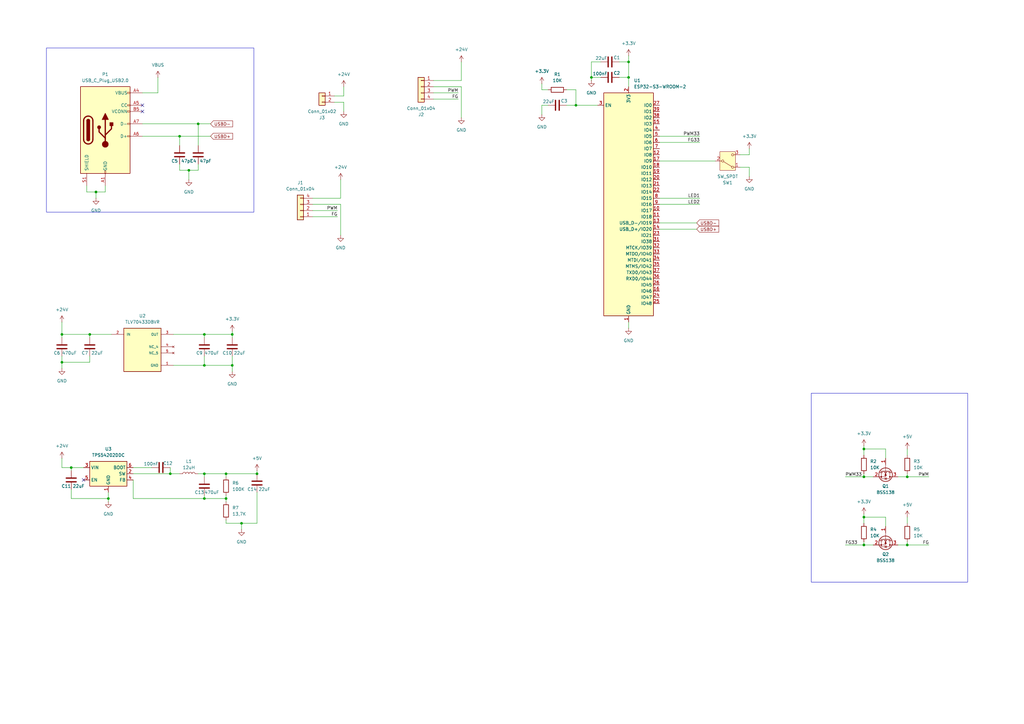
<source format=kicad_sch>
(kicad_sch (version 20231120) (generator "eeschema") (generator_version "8.0")
  (paper "A3")
  (lib_symbols
    (symbol "Connector:USB_C_Plug_USB2.0" (pin_names (offset 1.016))
      (property "Reference" "P" (at -10.16 19.05 0))
      (property "Value" "USB_C_Plug_USB2.0" (at 12.7 19.05 0))
      (symbol "USB_C_Plug_USB2.0_0_0"
        (rectangle (start -0.254 -17.78) (end 0.254 -16.764))
        (rectangle (start 10.16 -2.286) (end 9.144 -2.794))
        (rectangle (start 10.16 2.794) (end 9.144 2.286))
        (rectangle (start 10.16 7.874) (end 9.144 7.366))
        (rectangle (start 10.16 10.414) (end 9.144 9.906))
        (rectangle (start 10.16 15.494) (end 9.144 14.986))
      )
      (symbol "USB_C_Plug_USB2.0_0_1"
        (rectangle (start -10.16 17.78) (end 10.16 -17.78) (stroke (width 0.254)) (fill (type background)))
        (arc (start -8.89 -3.81) (mid -6.985 -5.7067) (end -5.08 -3.81) (stroke (width 0.508)))
        (arc (start -7.62 -3.81) (mid -6.985 -4.4423) (end -6.35 -3.81) (stroke (width 0.254)))
        (arc (start -7.62 -3.81) (mid -6.985 -4.4423) (end -6.35 -3.81) (stroke (width 0.254)) (fill (type outline)))
        (rectangle (start -7.62 -3.81) (end -6.35 3.81) (stroke (width 0.254)) (fill (type outline)))
        (arc (start -6.35 3.81) (mid -6.985 4.4423) (end -7.62 3.81) (stroke (width 0.254)))
        (arc (start -6.35 3.81) (mid -6.985 4.4423) (end -7.62 3.81) (stroke (width 0.254)) (fill (type outline)))
        (arc (start -5.08 3.81) (mid -6.985 5.7067) (end -8.89 3.81) (stroke (width 0.508)))
        (circle (center -2.54 1.143) (radius 0.635) (stroke (width 0.254)) (fill (type outline)))
        (circle (center 0 -5.842) (radius 1.27) (fill (type outline)))
        (polyline (pts (xy -8.89 -3.81) (xy -8.89 3.81)) (stroke (width 0.508)))
        (polyline (pts (xy -5.08 3.81) (xy -5.08 -3.81)) (stroke (width 0.508)))
        (polyline (pts (xy 0 -5.842) (xy 0 4.318)) (stroke (width 0.508)))
        (polyline (pts (xy 0 -3.302) (xy -2.54 -0.762) (xy -2.54 0.508)) (stroke (width 0.508)))
        (polyline (pts (xy 0 -2.032) (xy 2.54 0.508) (xy 2.54 1.778)) (stroke (width 0.508)))
        (polyline (pts (xy -1.27 4.318) (xy 0 6.858) (xy 1.27 4.318) (xy -1.27 4.318)) (stroke (width 0.254)) (fill (type outline)))
        (rectangle (start 1.905 1.778) (end 3.175 3.048) (stroke (width 0.254)) (fill (type outline)))
      )
      (symbol "USB_C_Plug_USB2.0_1_1"
        (pin passive line (at 0 -22.86 90) (length 5.08) (name "GND") (number "A1"))
        (pin passive line (at 0 -22.86 90) (length 5.08) hide (name "GND") (number "A12"))
        (pin passive line (at 15.24 15.24 180) (length 5.08) (name "VBUS") (number "A4"))
        (pin bidirectional line (at 15.24 10.16 180) (length 5.08) (name "CC") (number "A5"))
        (pin bidirectional line (at 15.24 -2.54 180) (length 5.08) (name "D+") (number "A6"))
        (pin bidirectional line (at 15.24 2.54 180) (length 5.08) (name "D-") (number "A7"))
        (pin passive line (at 15.24 15.24 180) (length 5.08) hide (name "VBUS") (number "A9"))
        (pin passive line (at 0 -22.86 90) (length 5.08) hide (name "GND") (number "B1"))
        (pin passive line (at 0 -22.86 90) (length 5.08) hide (name "GND") (number "B12"))
        (pin passive line (at 15.24 15.24 180) (length 5.08) hide (name "VBUS") (number "B4"))
        (pin bidirectional line (at 15.24 7.62 180) (length 5.08) (name "VCONN") (number "B5"))
        (pin passive line (at 15.24 15.24 180) (length 5.08) hide (name "VBUS") (number "B9"))
        (pin passive line (at -7.62 -22.86 90) (length 5.08) (name "SHIELD") (number "S1"))
      )
    )
    (symbol "Connector_Generic:Conn_01x02" (pin_names (offset 1.016) hide)
      (property "Reference" "J" (at 0 2.54 0))
      (property "Value" "Conn_01x02" (at 0 -5.08 0))
      (symbol "Conn_01x02_1_1"
        (rectangle (start -1.27 -2.413) (end 0 -2.667) (stroke (width 0.1524)))
        (rectangle (start -1.27 0.127) (end 0 -0.127) (stroke (width 0.1524)))
        (rectangle (start -1.27 1.27) (end 1.27 -3.81) (stroke (width 0.254)) (fill (type background)))
        (pin passive line (at -5.08 0 0) (length 3.81) (name "Pin_1") (number "1"))
        (pin passive line (at -5.08 -2.54 0) (length 3.81) (name "Pin_2") (number "2"))
      )
    )
    (symbol "Connector_Generic:Conn_01x04" (pin_names (offset 1.016) hide)
      (property "Reference" "J" (at 0 5.08 0))
      (property "Value" "Conn_01x04" (at 0 -7.62 0))
      (symbol "Conn_01x04_1_1"
        (rectangle (start -1.27 -4.953) (end 0 -5.207) (stroke (width 0.1524)))
        (rectangle (start -1.27 -2.413) (end 0 -2.667) (stroke (width 0.1524)))
        (rectangle (start -1.27 0.127) (end 0 -0.127) (stroke (width 0.1524)))
        (rectangle (start -1.27 2.667) (end 0 2.413) (stroke (width 0.1524)))
        (rectangle (start -1.27 3.81) (end 1.27 -6.35) (stroke (width 0.254)) (fill (type background)))
        (pin passive line (at -5.08 2.54 0) (length 3.81) (name "Pin_1") (number "1"))
        (pin passive line (at -5.08 0 0) (length 3.81) (name "Pin_2") (number "2"))
        (pin passive line (at -5.08 -2.54 0) (length 3.81) (name "Pin_3") (number "3"))
        (pin passive line (at -5.08 -5.08 0) (length 3.81) (name "Pin_4") (number "4"))
      )
    )
    (symbol "Device:C" (pin_numbers hide) (pin_names (offset 0.254))
      (property "Reference" "C" (at 0.635 2.54 0))
      (property "Value" "C" (at 0.635 -2.54 0))
      (symbol "C_0_1"
        (polyline (pts (xy -2.032 -0.762) (xy 2.032 -0.762)) (stroke (width 0.508)))
        (polyline (pts (xy -2.032 0.762) (xy 2.032 0.762)) (stroke (width 0.508)))
      )
      (symbol "C_1_1"
        (pin passive line (at 0 3.81 270) (length 2.794) (name "~") (number "1"))
        (pin passive line (at 0 -3.81 90) (length 2.794) (name "~") (number "2"))
      )
    )
    (symbol "Device:L" (pin_numbers hide) (pin_names (offset 1.016) hide)
      (property "Reference" "L" (at -1.27 0 90))
      (property "Value" "L" (at 1.905 0 90))
      (symbol "L_0_1"
        (arc (start 0 -2.54) (mid 0.6323 -1.905) (end 0 -1.27))
        (arc (start 0 -1.27) (mid 0.6323 -0.635) (end 0 0))
        (arc (start 0 0) (mid 0.6323 0.635) (end 0 1.27))
        (arc (start 0 1.27) (mid 0.6323 1.905) (end 0 2.54))
      )
      (symbol "L_1_1"
        (pin passive line (at 0 3.81 270) (length 1.27) (name "1") (number "1"))
        (pin passive line (at 0 -3.81 90) (length 1.27) (name "2") (number "2"))
      )
    )
    (symbol "Device:R" (pin_numbers hide) (pin_names (offset 0))
      (property "Reference" "R" (at 2.032 0 90))
      (property "Value" "R" (at 0 0 90))
      (symbol "R_0_1"
        (rectangle (start -1.016 -2.54) (end 1.016 2.54) (stroke (width 0.254)))
      )
      (symbol "R_1_1"
        (pin passive line (at 0 3.81 270) (length 1.27) (name "~") (number "1"))
        (pin passive line (at 0 -3.81 90) (length 1.27) (name "~") (number "2"))
      )
    )
    (symbol "RF_Module:ESP32-S3-WROOM-2"
      (property "Reference" "U" (at -10.16 45.72 0))
      (property "Value" "ESP32-S3-WROOM-2" (at 2.54 45.72 0))
      (symbol "ESP32-S3-WROOM-2_0_1"
        (rectangle (start -10.16 45.72) (end 10.16 -45.72) (stroke (width 0.254)) (fill (type background)))
      )
      (symbol "ESP32-S3-WROOM-2_1_1"
        (pin power_in line (at 0 -48.26 90) (length 2.54) (name "GND") (number "1"))
        (pin bidirectional line (at 12.7 -2.54 180) (length 2.54) (name "IO17") (number "10"))
        (pin bidirectional line (at 12.7 -5.08 180) (length 2.54) (name "IO18") (number "11"))
        (pin bidirectional line (at 12.7 20.32 180) (length 2.54) (name "IO8") (number "12"))
        (pin bidirectional line (at 12.7 -7.62 180) (length 2.54) (name "USB_D-/IO19") (number "13"))
        (pin bidirectional line (at 12.7 -10.16 180) (length 2.54) (name "USB_D+/IO20") (number "14"))
        (pin bidirectional line (at 12.7 33.02 180) (length 2.54) (name "IO3") (number "15"))
        (pin bidirectional line (at 12.7 -35.56 180) (length 2.54) (name "IO46") (number "16"))
        (pin bidirectional line (at 12.7 17.78 180) (length 2.54) (name "IO9") (number "17"))
        (pin bidirectional line (at 12.7 15.24 180) (length 2.54) (name "IO10") (number "18"))
        (pin bidirectional line (at 12.7 12.7 180) (length 2.54) (name "IO11") (number "19"))
        (pin power_in line (at 0 48.26 270) (length 2.54) (name "3V3") (number "2"))
        (pin bidirectional line (at 12.7 10.16 180) (length 2.54) (name "IO12") (number "20"))
        (pin bidirectional line (at 12.7 7.62 180) (length 2.54) (name "IO13") (number "21"))
        (pin bidirectional line (at 12.7 5.08 180) (length 2.54) (name "IO14") (number "22"))
        (pin bidirectional line (at 12.7 -12.7 180) (length 2.54) (name "IO21") (number "23"))
        (pin bidirectional line (at 12.7 -38.1 180) (length 2.54) (name "IO47") (number "24"))
        (pin bidirectional line (at 12.7 -40.64 180) (length 2.54) (name "IO48") (number "25"))
        (pin bidirectional line (at 12.7 -33.02 180) (length 2.54) (name "IO45") (number "26"))
        (pin bidirectional line (at 12.7 40.64 180) (length 2.54) (name "IO0") (number "27"))
        (pin no_connect line (at -10.16 -35.56 0) (length 2.54) hide (name "NC") (number "28"))
        (pin no_connect line (at -10.16 -38.1 0) (length 2.54) hide (name "NC") (number "29"))
        (pin input line (at -12.7 40.64 0) (length 2.54) (name "EN") (number "3"))
        (pin no_connect line (at -10.16 -40.64 0) (length 2.54) hide (name "NC") (number "30"))
        (pin bidirectional line (at 12.7 -15.24 180) (length 2.54) (name "IO38") (number "31"))
        (pin bidirectional line (at 12.7 -17.78 180) (length 2.54) (name "MTCK/IO39") (number "32"))
        (pin bidirectional line (at 12.7 -20.32 180) (length 2.54) (name "MTDO/IO40") (number "33"))
        (pin bidirectional line (at 12.7 -22.86 180) (length 2.54) (name "MTDI/IO41") (number "34"))
        (pin bidirectional line (at 12.7 -25.4 180) (length 2.54) (name "MTMS/IO42") (number "35"))
        (pin bidirectional line (at 12.7 -30.48 180) (length 2.54) (name "RXD0/IO44") (number "36"))
        (pin bidirectional line (at 12.7 -27.94 180) (length 2.54) (name "TXD0/IO43") (number "37"))
        (pin bidirectional line (at 12.7 35.56 180) (length 2.54) (name "IO2") (number "38"))
        (pin bidirectional line (at 12.7 38.1 180) (length 2.54) (name "IO1") (number "39"))
        (pin bidirectional line (at 12.7 30.48 180) (length 2.54) (name "IO4") (number "4"))
        (pin passive line (at 0 -48.26 90) (length 2.54) hide (name "GND") (number "40"))
        (pin passive line (at 0 -48.26 90) (length 2.54) hide (name "GND") (number "41"))
        (pin bidirectional line (at 12.7 27.94 180) (length 2.54) (name "IO5") (number "5"))
        (pin bidirectional line (at 12.7 25.4 180) (length 2.54) (name "IO6") (number "6"))
        (pin bidirectional line (at 12.7 22.86 180) (length 2.54) (name "IO7") (number "7"))
        (pin bidirectional line (at 12.7 2.54 180) (length 2.54) (name "IO15") (number "8"))
        (pin bidirectional line (at 12.7 0 180) (length 2.54) (name "IO16") (number "9"))
      )
    )
    (symbol "Regulator_Switching:TPS54202DDC"
      (property "Reference" "U" (at -7.62 6.35 0))
      (property "Value" "TPS54202DDC" (at 0 6.35 0))
      (symbol "TPS54202DDC_0_1"
        (rectangle (start -7.62 5.08) (end 7.62 -5.08) (stroke (width 0.254)) (fill (type background)))
      )
      (symbol "TPS54202DDC_1_1"
        (pin power_in line (at 0 -7.62 90) (length 2.54) (name "GND") (number "1"))
        (pin power_out line (at 10.16 0 180) (length 2.54) (name "SW") (number "2"))
        (pin power_in line (at -10.16 2.54 0) (length 2.54) (name "VIN") (number "3"))
        (pin input line (at 10.16 -2.54 180) (length 2.54) (name "FB") (number "4"))
        (pin input line (at -10.16 -2.54 0) (length 2.54) (name "EN") (number "5"))
        (pin passive line (at 10.16 2.54 180) (length 2.54) (name "BOOT") (number "6"))
      )
    )
    (symbol "Switch:SW_SPDT" (pin_names (offset 0) hide)
      (property "Reference" "SW" (at 0 5.08 0))
      (property "Value" "SW_SPDT" (at 0 -5.08 0))
      (symbol "SW_SPDT_0_1"
        (circle (center -2.032 0) (radius 0.4572))
        (polyline (pts (xy -1.651 0.254) (xy 1.651 2.286)))
        (circle (center 2.032 -2.54) (radius 0.4572))
        (circle (center 2.032 2.54) (radius 0.4572))
      )
      (symbol "SW_SPDT_1_1"
        (rectangle (start -3.175 3.81) (end 3.175 -3.81) (fill (type background)))
        (pin passive line (at 5.08 2.54 180) (length 2.54) (name "A") (number "1"))
        (pin passive line (at -5.08 0 0) (length 2.54) (name "B") (number "2"))
        (pin passive line (at 5.08 -2.54 180) (length 2.54) (name "C") (number "3"))
      )
    )
    (symbol "TLV70433DBVR:TLV70433DBVR" (pin_names (offset 1.016))
      (property "Reference" "U" (at -7.62 8.62 0))
      (property "Value" "TLV70433DBVR" (at -7.62 -14.16 0))
      (symbol "TLV70433DBVR_0_0"
        (rectangle (start -7.62 -10.16) (end 7.62 7.62) (stroke (width 0.254)) (fill (type background)))
        (pin power_in line (at 12.7 -7.62 180) (length 5.08) (name "GND") (number "1"))
        (pin input line (at -12.7 5.08 0) (length 5.08) (name "IN") (number "2"))
        (pin output line (at 12.7 5.08 180) (length 5.08) (name "OUT") (number "3"))
        (pin no_connect line (at 12.7 0 180) (length 5.08) (name "NC_4") (number "4"))
        (pin no_connect line (at 12.7 -2.54 180) (length 5.08) (name "NC_5") (number "5"))
      )
    )
    (symbol "Transistor_FET:BSS138" (pin_names hide)
      (property "Reference" "Q" (at 5.08 1.905 0))
      (property "Value" "BSS138" (at 5.08 0 0))
      (symbol "BSS138_0_1"
        (polyline (pts (xy 0.254 0) (xy -2.54 0)))
        (polyline (pts (xy 0.254 1.905) (xy 0.254 -1.905)) (stroke (width 0.254)))
        (polyline (pts (xy 0.762 -1.27) (xy 0.762 -2.286)) (stroke (width 0.254)))
        (polyline (pts (xy 0.762 0.508) (xy 0.762 -0.508)) (stroke (width 0.254)))
        (polyline (pts (xy 0.762 2.286) (xy 0.762 1.27)) (stroke (width 0.254)))
        (polyline (pts (xy 2.54 2.54) (xy 2.54 1.778)))
        (polyline (pts (xy 2.54 -2.54) (xy 2.54 0) (xy 0.762 0)))
        (polyline (pts (xy 0.762 -1.778) (xy 3.302 -1.778) (xy 3.302 1.778) (xy 0.762 1.778)))
        (polyline (pts (xy 1.016 0) (xy 2.032 0.381) (xy 2.032 -0.381) (xy 1.016 0)) (fill (type outline)))
        (polyline (pts (xy 2.794 0.508) (xy 2.921 0.381) (xy 3.683 0.381) (xy 3.81 0.254)))
        (polyline (pts (xy 3.302 0.381) (xy 2.921 -0.254) (xy 3.683 -0.254) (xy 3.302 0.381)))
        (circle (center 1.651 0) (radius 2.794) (stroke (width 0.254)))
        (circle (center 2.54 -1.778) (radius 0.254) (fill (type outline)))
        (circle (center 2.54 1.778) (radius 0.254) (fill (type outline)))
      )
      (symbol "BSS138_1_1"
        (pin input line (at -5.08 0 0) (length 2.54) (name "G") (number "1"))
        (pin passive line (at 2.54 -5.08 90) (length 2.54) (name "S") (number "2"))
        (pin passive line (at 2.54 5.08 270) (length 2.54) (name "D") (number "3"))
      )
    )
    (symbol "power:+24V" (power) (pin_numbers hide) (pin_names (offset 0) hide)
      (property "Value" "+24V" (at 0 3.556 0))
      (symbol "+24V_0_1"
        (polyline (pts (xy -0.762 1.27) (xy 0 2.54)))
        (polyline (pts (xy 0 0) (xy 0 2.54)))
        (polyline (pts (xy 0 2.54) (xy 0.762 1.27)))
      )
      (symbol "+24V_1_1"
        (pin power_in line (at 0 0 90) (length 0) (name "~") (number "1"))
      )
    )
    (symbol "power:+3.3V" (power) (pin_numbers hide) (pin_names (offset 0) hide)
      (property "Value" "+3.3V" (at 0 3.556 0))
      (symbol "+3.3V_0_1"
        (polyline (pts (xy -0.762 1.27) (xy 0 2.54)))
        (polyline (pts (xy 0 0) (xy 0 2.54)))
        (polyline (pts (xy 0 2.54) (xy 0.762 1.27)))
      )
      (symbol "+3.3V_1_1"
        (pin power_in line (at 0 0 90) (length 0) (name "~") (number "1"))
      )
    )
    (symbol "power:+5V" (power) (pin_numbers hide) (pin_names (offset 0) hide)
      (property "Value" "+5V" (at 0 3.556 0))
      (symbol "+5V_0_1"
        (polyline (pts (xy -0.762 1.27) (xy 0 2.54)))
        (polyline (pts (xy 0 0) (xy 0 2.54)))
        (polyline (pts (xy 0 2.54) (xy 0.762 1.27)))
      )
      (symbol "+5V_1_1"
        (pin power_in line (at 0 0 90) (length 0) (name "~") (number "1"))
      )
    )
    (symbol "power:GND" (power) (pin_numbers hide) (pin_names (offset 0) hide)
      (property "Value" "GND" (at 0 -3.81 0))
      (symbol "GND_0_1"
        (polyline (pts (xy 0 0) (xy 0 -1.27) (xy 1.27 -1.27) (xy 0 -2.54) (xy -1.27 -1.27) (xy 0 -1.27)))
      )
      (symbol "GND_1_1"
        (pin power_in line (at 0 0 270) (length 0) (name "~") (number "1"))
      )
    )
    (symbol "power:VBUS" (power) (pin_numbers hide) (pin_names (offset 0) hide)
      (property "Value" "VBUS" (at 0 3.556 0))
      (symbol "VBUS_0_1"
        (polyline (pts (xy -0.762 1.27) (xy 0 2.54)))
        (polyline (pts (xy 0 0) (xy 0 2.54)))
        (polyline (pts (xy 0 2.54) (xy 0.762 1.27)))
      )
      (symbol "VBUS_1_1"
        (pin power_in line (at 0 0 90) (length 0) (name "~") (number "1"))
      )
    )
  )
  (junction (at 372.11 223.52))
  (junction (at 83.82 194.31))
  (junction (at 83.82 204.47))
  (junction (at 36.83 137.16))
  (junction (at 354.33 212.09))
  (junction (at 242.57 31.75))
  (junction (at 69.85 194.31))
  (junction (at 25.4 137.16))
  (junction (at 372.11 195.58))
  (junction (at 92.71 194.31))
  (junction (at 83.82 149.86))
  (junction (at 354.33 184.15))
  (junction (at 83.82 137.16))
  (junction (at 25.4 148.59))
  (junction (at 73.66 55.88))
  (junction (at 39.37 78.74))
  (junction (at 81.28 50.8))
  (junction (at 105.41 194.31))
  (junction (at 95.25 137.16))
  (junction (at 257.81 25.4))
  (junction (at 95.25 149.86))
  (junction (at 29.21 191.77))
  (junction (at 257.81 31.75))
  (junction (at 99.06 214.63))
  (junction (at 354.33 195.58))
  (junction (at 354.33 223.52))
  (junction (at 92.71 204.47))
  (junction (at 236.22 43.18))
  (junction (at 77.47 69.85))
  (junction (at 44.45 204.47))
  (no_connect (at 58.42 43.18))
  (no_connect (at 58.42 45.72))
  (no_connect (at 34.29 196.85))
  (wire (pts (xy 81.28 69.85) (xy 81.28 67.31)))
  (wire (pts (xy 139.7 83.82) (xy 139.7 96.52)))
  (wire (pts (xy 36.83 146.05) (xy 36.83 148.59)))
  (wire (pts (xy 39.37 78.74) (xy 39.37 81.28)))
  (wire (pts (xy 36.83 137.16) (xy 36.83 138.43)))
  (wire (pts (xy 81.28 50.8) (xy 81.28 59.69)))
  (wire (pts (xy 95.25 135.89) (xy 95.25 137.16)))
  (wire (pts (xy 363.22 212.09) (xy 363.22 215.9)))
  (wire (pts (xy 224.79 43.18) (xy 222.25 43.18)))
  (wire (pts (xy 25.4 137.16) (xy 25.4 138.43)))
  (wire (pts (xy 372.11 223.52) (xy 372.11 222.25)))
  (wire (pts (xy 58.42 50.8) (xy 81.28 50.8)))
  (wire (pts (xy 25.4 137.16) (xy 25.4 132.08)))
  (wire (pts (xy 25.4 148.59) (xy 25.4 151.13)))
  (wire (pts (xy 257.81 132.08) (xy 257.81 134.62)))
  (wire (pts (xy 54.61 191.77) (xy 62.23 191.77)))
  (wire (pts (xy 242.57 25.4) (xy 242.57 31.75)))
  (wire (pts (xy 77.47 69.85) (xy 77.47 73.66)))
  (wire (pts (xy 29.21 191.77) (xy 34.29 191.77)))
  (wire (pts (xy 128.27 88.9) (xy 138.43 88.9)))
  (wire (pts (xy 177.8 38.1) (xy 187.96 38.1)))
  (wire (pts (xy 346.71 223.52) (xy 354.33 223.52)))
  (wire (pts (xy 346.71 195.58) (xy 354.33 195.58)))
  (wire (pts (xy 54.61 194.31) (xy 69.85 194.31)))
  (wire (pts (xy 54.61 204.47) (xy 54.61 196.85)))
  (wire (pts (xy 189.23 25.4) (xy 189.23 33.02)))
  (wire (pts (xy 354.33 210.82) (xy 354.33 212.09)))
  (wire (pts (xy 95.25 146.05) (xy 95.25 149.86)))
  (wire (pts (xy 105.41 201.93) (xy 105.41 214.63)))
  (wire (pts (xy 92.71 214.63) (xy 99.06 214.63)))
  (wire (pts (xy 69.85 191.77) (xy 69.85 194.31)))
  (wire (pts (xy 232.41 36.83) (xy 236.22 36.83)))
  (wire (pts (xy 92.71 195.58) (xy 92.71 194.31)))
  (wire (pts (xy 35.56 76.2) (xy 35.56 78.74)))
  (wire (pts (xy 242.57 31.75) (xy 242.57 33.02)))
  (wire (pts (xy 270.51 66.04) (xy 293.37 66.04)))
  (wire (pts (xy 25.4 146.05) (xy 25.4 148.59)))
  (wire (pts (xy 73.66 67.31) (xy 73.66 69.85)))
  (wire (pts (xy 177.8 35.56) (xy 189.23 35.56)))
  (wire (pts (xy 354.33 194.31) (xy 354.33 195.58)))
  (wire (pts (xy 83.82 194.31) (xy 92.71 194.31)))
  (wire (pts (xy 354.33 212.09) (xy 363.22 212.09)))
  (wire (pts (xy 257.81 31.75) (xy 257.81 35.56)))
  (wire (pts (xy 354.33 184.15) (xy 363.22 184.15)))
  (wire (pts (xy 236.22 36.83) (xy 236.22 43.18)))
  (wire (pts (xy 43.18 78.74) (xy 43.18 76.2)))
  (wire (pts (xy 99.06 214.63) (xy 99.06 217.17)))
  (wire (pts (xy 83.82 204.47) (xy 54.61 204.47)))
  (wire (pts (xy 25.4 191.77) (xy 29.21 191.77)))
  (wire (pts (xy 95.25 149.86) (xy 83.82 149.86)))
  (wire (pts (xy 83.82 146.05) (xy 83.82 149.86)))
  (wire (pts (xy 140.97 39.37) (xy 140.97 35.56)))
  (wire (pts (xy 58.42 55.88) (xy 73.66 55.88)))
  (wire (pts (xy 270.51 55.88) (xy 287.02 55.88)))
  (wire (pts (xy 222.25 34.29) (xy 222.25 36.83)))
  (wire (pts (xy 189.23 35.56) (xy 189.23 48.26)))
  (wire (pts (xy 83.82 194.31) (xy 83.82 195.58)))
  (wire (pts (xy 92.71 213.36) (xy 92.71 214.63)))
  (wire (pts (xy 105.41 214.63) (xy 99.06 214.63)))
  (wire (pts (xy 246.38 31.75) (xy 242.57 31.75)))
  (wire (pts (xy 372.11 195.58) (xy 372.11 194.31)))
  (wire (pts (xy 139.7 73.66) (xy 139.7 81.28)))
  (wire (pts (xy 270.51 83.82) (xy 287.02 83.82)))
  (wire (pts (xy 363.22 184.15) (xy 363.22 187.96)))
  (wire (pts (xy 128.27 83.82) (xy 139.7 83.82)))
  (wire (pts (xy 77.47 69.85) (xy 81.28 69.85)))
  (wire (pts (xy 36.83 137.16) (xy 45.72 137.16)))
  (wire (pts (xy 307.34 63.5) (xy 307.34 60.96)))
  (wire (pts (xy 39.37 78.74) (xy 43.18 78.74)))
  (wire (pts (xy 83.82 137.16) (xy 95.25 137.16)))
  (wire (pts (xy 128.27 81.28) (xy 139.7 81.28)))
  (wire (pts (xy 254 31.75) (xy 257.81 31.75)))
  (wire (pts (xy 36.83 137.16) (xy 25.4 137.16)))
  (wire (pts (xy 25.4 148.59) (xy 36.83 148.59)))
  (wire (pts (xy 232.41 43.18) (xy 236.22 43.18)))
  (wire (pts (xy 137.16 39.37) (xy 140.97 39.37)))
  (wire (pts (xy 73.66 55.88) (xy 73.66 59.69)))
  (wire (pts (xy 177.8 40.64) (xy 187.96 40.64)))
  (wire (pts (xy 354.33 186.69) (xy 354.33 184.15)))
  (wire (pts (xy 372.11 212.09) (xy 372.11 214.63)))
  (wire (pts (xy 71.12 137.16) (xy 83.82 137.16)))
  (wire (pts (xy 73.66 55.88) (xy 86.36 55.88)))
  (wire (pts (xy 354.33 222.25) (xy 354.33 223.52)))
  (wire (pts (xy 257.81 25.4) (xy 257.81 31.75)))
  (wire (pts (xy 177.8 33.02) (xy 189.23 33.02)))
  (wire (pts (xy 92.71 205.74) (xy 92.71 204.47)))
  (wire (pts (xy 270.51 81.28) (xy 287.02 81.28)))
  (wire (pts (xy 140.97 41.91) (xy 140.97 45.72)))
  (wire (pts (xy 29.21 204.47) (xy 44.45 204.47)))
  (wire (pts (xy 92.71 203.2) (xy 92.71 204.47)))
  (wire (pts (xy 270.51 93.98) (xy 285.75 93.98)))
  (wire (pts (xy 58.42 38.1) (xy 64.77 38.1)))
  (wire (pts (xy 368.3 223.52) (xy 372.11 223.52)))
  (wire (pts (xy 83.82 204.47) (xy 92.71 204.47)))
  (wire (pts (xy 354.33 182.88) (xy 354.33 184.15)))
  (wire (pts (xy 73.66 69.85) (xy 77.47 69.85)))
  (wire (pts (xy 44.45 201.93) (xy 44.45 204.47)))
  (wire (pts (xy 222.25 43.18) (xy 222.25 46.99)))
  (wire (pts (xy 128.27 86.36) (xy 138.43 86.36)))
  (wire (pts (xy 372.11 184.15) (xy 372.11 186.69)))
  (wire (pts (xy 270.51 58.42) (xy 287.02 58.42)))
  (wire (pts (xy 105.41 193.04) (xy 105.41 194.31)))
  (wire (pts (xy 69.85 194.31) (xy 73.66 194.31)))
  (wire (pts (xy 222.25 36.83) (xy 224.79 36.83)))
  (wire (pts (xy 95.25 137.16) (xy 95.25 138.43)))
  (wire (pts (xy 92.71 194.31) (xy 105.41 194.31)))
  (wire (pts (xy 257.81 22.86) (xy 257.81 25.4)))
  (wire (pts (xy 246.38 25.4) (xy 242.57 25.4)))
  (wire (pts (xy 71.12 149.86) (xy 83.82 149.86)))
  (wire (pts (xy 64.77 31.75) (xy 64.77 38.1)))
  (wire (pts (xy 358.14 195.58) (xy 354.33 195.58)))
  (wire (pts (xy 236.22 43.18) (xy 245.11 43.18)))
  (wire (pts (xy 44.45 204.47) (xy 44.45 205.74)))
  (wire (pts (xy 303.53 68.58) (xy 307.34 68.58)))
  (wire (pts (xy 270.51 91.44) (xy 285.75 91.44)))
  (wire (pts (xy 83.82 204.47) (xy 83.82 203.2)))
  (wire (pts (xy 29.21 200.66) (xy 29.21 204.47)))
  (wire (pts (xy 81.28 50.8) (xy 86.36 50.8)))
  (wire (pts (xy 137.16 41.91) (xy 140.97 41.91)))
  (wire (pts (xy 81.28 194.31) (xy 83.82 194.31)))
  (wire (pts (xy 303.53 63.5) (xy 307.34 63.5)))
  (wire (pts (xy 83.82 137.16) (xy 83.82 138.43)))
  (wire (pts (xy 35.56 78.74) (xy 39.37 78.74)))
  (wire (pts (xy 307.34 68.58) (xy 307.34 72.39)))
  (wire (pts (xy 354.33 214.63) (xy 354.33 212.09)))
  (wire (pts (xy 29.21 191.77) (xy 29.21 193.04)))
  (wire (pts (xy 358.14 223.52) (xy 354.33 223.52)))
  (wire (pts (xy 372.11 223.52) (xy 381 223.52)))
  (wire (pts (xy 95.25 149.86) (xy 95.25 152.4)))
  (wire (pts (xy 25.4 187.96) (xy 25.4 191.77)))
  (wire (pts (xy 372.11 195.58) (xy 381 195.58)))
  (wire (pts (xy 368.3 195.58) (xy 372.11 195.58)))
  (wire (pts (xy 254 25.4) (xy 257.81 25.4)))
  (rectangle (start 19.05 19.685) (end 104.14 86.995))
  (rectangle (start 332.74 161.29) (end 396.875 238.76))
  (label "FG33" (at 346.71 223.52 0))
  (label "FG" (at 187.96 40.64 180))
  (label "PWM" (at 138.43 86.36 180))
  (label "PWM" (at 381 195.58 180))
  (label "LED1" (at 287.02 81.28 180))
  (label "PWM" (at 187.96 38.1 180))
  (label "FG33" (at 287.02 58.42 180))
  (label "FG" (at 138.43 88.9 180))
  (label "LED2" (at 287.02 83.82 180))
  (label "PWM33" (at 346.71 195.58 0))
  (label "FG" (at 381 223.52 180))
  (label "PWM33" (at 287.02 55.88 180))
  (global_label "USBD+" (shape input) (at 285.75 93.98 0) (property "Intersheetrefs" "${INTERSHEET_REFS}" (effects (hide yes))))
  (global_label "USBD-" (shape input) (at 86.36 50.8 0) (property "Intersheetrefs" "${INTERSHEET_REFS}" (effects (hide yes))))
  (global_label "USBD+" (shape input) (at 86.36 55.88 0) (property "Intersheetrefs" "${INTERSHEET_REFS}" (effects (hide yes))))
  (global_label "USBD-" (shape input) (at 285.75 91.44 0) (property "Intersheetrefs" "${INTERSHEET_REFS}" (effects (hide yes))))
  (symbol (lib_id "Device:C") (at 228.6 43.18 90) (unit 1)
    (property "Reference" "C3" (at 231.394 41.402 90))
    (property "Value" "22uF" (at 225.044 41.656 90))
    (property "Footprint" "Capacitor_SMD:C_0805_2012Metric_Pad1.18x1.45mm_HandSolder" (effects (hide yes)))
    (property "Description" "Unpolarized capacitor" (effects (hide yes)))
  )
  (symbol (lib_id "Device:C") (at 66.04 191.77 90) (unit 1)
    (property "Reference" "C12" (at 68.834 189.992 90))
    (property "Value" "100nF" (at 61.976 190.246 90))
    (property "Footprint" "Capacitor_SMD:C_0805_2012Metric_Pad1.18x1.45mm_HandSolder" (effects (hide yes)))
    (property "Description" "Unpolarized capacitor" (effects (hide yes)))
  )
  (symbol (lib_id "Device:R") (at 228.6 36.83 90) (unit 1)
    (property "Reference" "R1" (at 228.6 30.48 90))
    (property "Value" "10K" (at 228.6 33.02 90))
    (property "Footprint" "Resistor_SMD:R_0805_2012Metric_Pad1.20x1.40mm_HandSolder" (effects (hide yes)))
    (property "Description" "Resistor" (effects (hide yes)))
  )
  (symbol (lib_id "power:GND") (at 222.25 46.99 0) (unit 1)
    (property "Reference" "#PWR04" (effects (hide yes)))
    (property "Value" "GND" (at 222.25 52.07 0))
    (property "Description" "Power symbol creates a global label with name \"GND\" , ground" (effects (hide yes)))
  )
  (symbol (lib_id "Device:R") (at 372.11 190.5 180) (unit 1)
    (property "Reference" "R3" (at 374.65 189.2299 0) (effects (justify right)))
    (property "Value" "10K" (at 374.65 191.7699 0) (effects (justify right)))
    (property "Footprint" "Resistor_SMD:R_0805_2012Metric_Pad1.20x1.40mm_HandSolder" (effects (hide yes)))
    (property "Description" "Resistor" (effects (hide yes)))
  )
  (symbol (lib_id "Device:C") (at 83.82 199.39 180) (unit 1)
    (property "Reference" "C13" (at 81.788 201.93 0))
    (property "Value" "470uF" (at 86.868 201.93 0))
    (property "Footprint" "Capacitor_SMD:C_0805_2012Metric_Pad1.18x1.45mm_HandSolder" (effects (hide yes)))
    (property "Description" "Unpolarized capacitor" (effects (hide yes)))
  )
  (symbol (lib_id "power:GND") (at 257.81 134.62 0) (unit 1)
    (property "Reference" "#PWR01" (effects (hide yes)))
    (property "Value" "GND" (at 257.81 139.7 0))
    (property "Description" "Power symbol creates a global label with name \"GND\" , ground" (effects (hide yes)))
  )
  (symbol (lib_id "Device:C") (at 250.19 31.75 90) (unit 1)
    (property "Reference" "C2" (at 252.984 29.972 90))
    (property "Value" "100nF" (at 246.126 30.226 90))
    (property "Footprint" "Capacitor_SMD:C_0805_2012Metric_Pad1.18x1.45mm_HandSolder" (effects (hide yes)))
    (property "Description" "Unpolarized capacitor" (effects (hide yes)))
  )
  (symbol (lib_id "power:GND") (at 77.47 73.66 0) (unit 1)
    (property "Reference" "#PWR06" (effects (hide yes)))
    (property "Value" "GND" (at 77.47 78.74 0))
    (property "Description" "Power symbol creates a global label with name \"GND\" , ground" (effects (hide yes)))
  )
  (symbol (lib_id "Device:C") (at 250.19 25.4 90) (unit 1)
    (property "Reference" "C1" (at 252.984 23.622 90))
    (property "Value" "22uF" (at 246.634 23.876 90))
    (property "Footprint" "Capacitor_SMD:C_0805_2012Metric_Pad1.18x1.45mm_HandSolder" (effects (hide yes)))
    (property "Description" "Unpolarized capacitor" (effects (hide yes)))
  )
  (symbol (lib_id "power:+3.3V") (at 307.34 60.96 0) (unit 1)
    (property "Reference" "#PWR027" (effects (hide yes)))
    (property "Value" "+3.3V" (at 307.34 55.88 0))
    (property "Description" "Power symbol creates a global label with name \"+3.3V\"" (effects (hide yes)))
  )
  (symbol (lib_id "Device:C") (at 36.83 142.24 180) (unit 1)
    (property "Reference" "C7" (at 34.798 144.78 0))
    (property "Value" "22uF" (at 39.878 144.78 0))
    (property "Footprint" "Capacitor_SMD:C_0805_2012Metric_Pad1.18x1.45mm_HandSolder" (effects (hide yes)))
    (property "Description" "Unpolarized capacitor" (effects (hide yes)))
  )
  (symbol (lib_id "Connector_Generic:Conn_01x04") (at 172.72 35.56 0) (mirror y) (unit 1)
    (property "Reference" "J2" (at 172.72 46.99 0))
    (property "Value" "Conn_01x04" (at 172.72 44.45 0))
    (property "Footprint" "Connector_PinHeader_2.54mm:PinHeader_1x04_P2.54mm_Vertical" (effects (hide yes)))
    (property "Description" "Generic connector, single row, 01x04, script generated (kicad-library-utils/schlib/autogen/connector/)" (effects (hide yes)))
  )
  (symbol (lib_id "Switch:SW_SPDT") (at 298.45 66.04 0) (mirror x) (unit 1)
    (property "Reference" "SW1" (at 298.45 74.93 0))
    (property "Value" "SW_SPDT" (at 298.45 72.39 0))
    (property "Description" "Switch, single pole double throw" (effects (hide yes)))
  )
  (symbol (lib_id "power:GND") (at 140.97 45.72 0) (unit 1)
    (property "Reference" "#PWR014" (effects (hide yes)))
    (property "Value" "GND" (at 140.97 50.8 0))
    (property "Description" "Power symbol creates a global label with name \"GND\" , ground" (effects (hide yes)))
  )
  (symbol (lib_id "power:GND") (at 39.37 81.28 0) (unit 1)
    (property "Reference" "#PWR08" (effects (hide yes)))
    (property "Value" "GND" (at 39.37 86.36 0))
    (property "Description" "Power symbol creates a global label with name \"GND\" , ground" (effects (hide yes)))
  )
  (symbol (lib_id "power:GND") (at 189.23 48.26 0) (unit 1)
    (property "Reference" "#PWR012" (effects (hide yes)))
    (property "Value" "GND" (at 189.23 53.34 0))
    (property "Description" "Power symbol creates a global label with name \"GND\" , ground" (effects (hide yes)))
  )
  (symbol (lib_id "power:+5V") (at 372.11 184.15 0) (unit 1)
    (property "Reference" "#PWR016" (effects (hide yes)))
    (property "Value" "+5V" (at 372.11 179.07 0))
    (property "Description" "Power symbol creates a global label with name \"+5V\"" (effects (hide yes)))
  )
  (symbol (lib_id "TLV70433DBVR:TLV70433DBVR") (at 58.42 142.24 0) (unit 1)
    (property "Reference" "U2" (at 58.42 129.54 0))
    (property "Value" "TLV70433DBVR" (at 58.42 132.08 0))
    (property "Footprint" "TLV70433DBVR:SOT95P280X145-5N" (effects (hide yes)))
    (property "PARTREV" "D" (effects (hide yes)))
    (property "STANDARD" "IPC-7351B" (effects (hide yes)))
    (property "MAXIMUM_PACKAGE_HEIGHT" "1.45mm" (effects (hide yes)))
    (property "MANUFACTURER" "Texas Instruments" (effects (hide yes)))
  )
  (symbol (lib_id "power:GND") (at 307.34 72.39 0) (unit 1)
    (property "Reference" "#PWR028" (effects (hide yes)))
    (property "Value" "GND" (at 307.34 77.47 0))
    (property "Description" "Power symbol creates a global label with name \"GND\" , ground" (effects (hide yes)))
  )
  (symbol (lib_id "power:+24V") (at 25.4 187.96 0) (unit 1)
    (property "Reference" "#PWR022" (effects (hide yes)))
    (property "Value" "+24V" (at 25.4 182.88 0))
    (property "Description" "Power symbol creates a global label with name \"+24V\"" (effects (hide yes)))
  )
  (symbol (lib_id "power:+5V") (at 372.11 212.09 0) (unit 1)
    (property "Reference" "#PWR018" (effects (hide yes)))
    (property "Value" "+5V" (at 372.11 207.01 0))
    (property "Description" "Power symbol creates a global label with name \"+5V\"" (effects (hide yes)))
  )
  (symbol (lib_id "Device:R") (at 372.11 218.44 180) (unit 1)
    (property "Reference" "R5" (at 374.65 217.1699 0) (effects (justify right)))
    (property "Value" "10K" (at 374.65 219.7099 0) (effects (justify right)))
    (property "Footprint" "Resistor_SMD:R_0805_2012Metric_Pad1.20x1.40mm_HandSolder" (effects (hide yes)))
    (property "Description" "Resistor" (effects (hide yes)))
  )
  (symbol (lib_id "Device:C") (at 81.28 63.5 180) (unit 1)
    (property "Reference" "C4" (at 79.248 66.04 0))
    (property "Value" "47pF" (at 84.328 66.04 0))
    (property "Footprint" "Capacitor_SMD:C_0805_2012Metric_Pad1.18x1.45mm_HandSolder" (effects (hide yes)))
    (property "Description" "Unpolarized capacitor" (effects (hide yes)))
  )
  (symbol (lib_id "power:+3.3V") (at 95.25 135.89 0) (unit 1)
    (property "Reference" "#PWR021" (effects (hide yes)))
    (property "Value" "+3.3V" (at 95.25 130.81 0))
    (property "Description" "Power symbol creates a global label with name \"+3.3V\"" (effects (hide yes)))
  )
  (symbol (lib_id "power:+3.3V") (at 222.25 34.29 0) (unit 1)
    (property "Reference" "#PWR05" (effects (hide yes)))
    (property "Value" "+3.3V" (at 222.25 29.21 0))
    (property "Description" "Power symbol creates a global label with name \"+3.3V\"" (effects (hide yes)))
  )
  (symbol (lib_id "Device:C") (at 25.4 142.24 180) (unit 1)
    (property "Reference" "C6" (at 23.368 144.78 0))
    (property "Value" "470uF" (at 28.448 144.78 0))
    (property "Footprint" "Capacitor_SMD:C_0805_2012Metric_Pad1.18x1.45mm_HandSolder" (effects (hide yes)))
    (property "Description" "Unpolarized capacitor" (effects (hide yes)))
  )
  (symbol (lib_id "power:+5V") (at 105.41 193.04 0) (unit 1)
    (property "Reference" "#PWR025" (effects (hide yes)))
    (property "Value" "+5V" (at 105.41 187.96 0))
    (property "Description" "Power symbol creates a global label with name \"+5V\"" (effects (hide yes)))
  )
  (symbol (lib_id "power:+24V") (at 189.23 25.4 0) (unit 1)
    (property "Reference" "#PWR011" (effects (hide yes)))
    (property "Value" "+24V" (at 189.23 20.32 0))
    (property "Description" "Power symbol creates a global label with name \"+24V\"" (effects (hide yes)))
  )
  (symbol (lib_id "power:GND") (at 25.4 151.13 0) (unit 1)
    (property "Reference" "#PWR020" (effects (hide yes)))
    (property "Value" "GND" (at 25.4 156.21 0))
    (property "Description" "Power symbol creates a global label with name \"GND\" , ground" (effects (hide yes)))
  )
  (symbol (lib_id "Device:R") (at 354.33 190.5 180) (unit 1)
    (property "Reference" "R2" (at 356.87 189.2299 0) (effects (justify right)))
    (property "Value" "10K" (at 356.87 191.7699 0) (effects (justify right)))
    (property "Footprint" "Resistor_SMD:R_0805_2012Metric_Pad1.20x1.40mm_HandSolder" (effects (hide yes)))
    (property "Description" "Resistor" (effects (hide yes)))
  )
  (symbol (lib_id "power:+3.3V") (at 354.33 210.82 0) (unit 1)
    (property "Reference" "#PWR017" (effects (hide yes)))
    (property "Value" "+3.3V" (at 354.33 205.74 0))
    (property "Description" "Power symbol creates a global label with name \"+3.3V\"" (effects (hide yes)))
  )
  (symbol (lib_id "power:+24V") (at 139.7 73.66 0) (unit 1)
    (property "Reference" "#PWR010" (effects (hide yes)))
    (property "Value" "+24V" (at 139.7 68.58 0))
    (property "Description" "Power symbol creates a global label with name \"+24V\"" (effects (hide yes)))
  )
  (symbol (lib_id "power:GND") (at 139.7 96.52 0) (unit 1)
    (property "Reference" "#PWR09" (effects (hide yes)))
    (property "Value" "GND" (at 139.7 101.6 0))
    (property "Description" "Power symbol creates a global label with name \"GND\" , ground" (effects (hide yes)))
  )
  (symbol (lib_id "Regulator_Switching:TPS54202DDC") (at 44.45 194.31 0) (unit 1)
    (property "Reference" "U3" (at 44.45 184.15 0))
    (property "Value" "TPS54202DDC" (at 44.45 186.69 0))
    (property "Footprint" "Package_TO_SOT_SMD:SOT-23-6" (effects (hide yes)))
    (property "Datasheet" "http://www.ti.com/lit/ds/symlink/tps54202.pdf" (effects (hide yes)))
    (property "Description" "2A, 4.5 to 28V Input, EMI Friendly integrated switch synchronous step-down regulator, pulse-skipping, SOT-23-6" (effects (hide yes)))
  )
  (symbol (lib_id "Connector_Generic:Conn_01x02") (at 132.08 39.37 0) (mirror y) (unit 1)
    (property "Reference" "J3" (at 132.08 48.26 0))
    (property "Value" "Conn_01x02" (at 132.08 45.72 0))
    (property "Footprint" "Connector_PinHeader_2.54mm:PinHeader_1x02_P2.54mm_Vertical" (effects (hide yes)))
    (property "Description" "Generic connector, single row, 01x02, script generated (kicad-library-utils/schlib/autogen/connector/)" (effects (hide yes)))
  )
  (symbol (lib_id "Transistor_FET:BSS138") (at 363.22 193.04 270) (unit 1)
    (property "Reference" "Q1" (at 363.22 199.39 90))
    (property "Value" "BSS138" (at 363.22 201.93 90))
    (property "Footprint" "Package_TO_SOT_SMD:SOT-23" (effects (hide yes)))
    (property "Datasheet" "https://www.onsemi.com/pub/Collateral/BSS138-D.PDF" (effects (hide yes)))
    (property "Description" "50V Vds, 0.22A Id, N-Channel MOSFET, SOT-23" (effects (hide yes)))
  )
  (symbol (lib_id "power:+3.3V") (at 257.81 22.86 0) (unit 1)
    (property "Reference" "#PWR02" (effects (hide yes)))
    (property "Value" "+3.3V" (at 257.81 17.78 0))
    (property "Description" "Power symbol creates a global label with name \"+3.3V\"" (effects (hide yes)))
  )
  (symbol (lib_id "Device:C") (at 83.82 142.24 180) (unit 1)
    (property "Reference" "C9" (at 81.788 144.78 0))
    (property "Value" "470uF" (at 86.868 144.78 0))
    (property "Footprint" "Capacitor_SMD:C_0805_2012Metric_Pad1.18x1.45mm_HandSolder" (effects (hide yes)))
    (property "Description" "Unpolarized capacitor" (effects (hide yes)))
  )
  (symbol (lib_id "power:+24V") (at 25.4 132.08 0) (unit 1)
    (property "Reference" "#PWR019" (effects (hide yes)))
    (property "Value" "+24V" (at 25.4 127 0))
    (property "Description" "Power symbol creates a global label with name \"+24V\"" (effects (hide yes)))
  )
  (symbol (lib_id "Device:C") (at 105.41 198.12 180) (unit 1)
    (property "Reference" "C14" (at 103.378 200.66 0))
    (property "Value" "22uF" (at 108.458 200.66 0))
    (property "Footprint" "Capacitor_SMD:C_0805_2012Metric_Pad1.18x1.45mm_HandSolder" (effects (hide yes)))
    (property "Description" "Unpolarized capacitor" (effects (hide yes)))
  )
  (symbol (lib_id "Device:C") (at 73.66 63.5 180) (unit 1)
    (property "Reference" "C5" (at 71.628 66.04 0))
    (property "Value" "47pF" (at 76.708 66.04 0))
    (property "Footprint" "Capacitor_SMD:C_0805_2012Metric_Pad1.18x1.45mm_HandSolder" (effects (hide yes)))
    (property "Description" "Unpolarized capacitor" (effects (hide yes)))
  )
  (symbol (lib_id "Connector_Generic:Conn_01x04") (at 123.19 86.36 180) (unit 1)
    (property "Reference" "J1" (at 123.19 74.93 0))
    (property "Value" "Conn_01x04" (at 123.19 77.47 0))
    (property "Description" "Generic connector, single row, 01x04, script generated (kicad-library-utils/schlib/autogen/connector/)" (effects (hide yes)))
  )
  (symbol (lib_id "Connector:USB_C_Plug_USB2.0") (at 43.18 53.34 0) (unit 1)
    (property "Reference" "P1" (at 43.18 30.48 0))
    (property "Value" "USB_C_Plug_USB2.0" (at 43.18 33.02 0))
    (property "Footprint" "Connector_USB:USB_C_Receptacle_HCTL_HC-TYPE-C-16P-01A" (effects (hide yes)))
    (property "Datasheet" "https://www.usb.org/sites/default/files/documents/usb_type-c.zip" (effects (hide yes)))
    (property "Description" "USB 2.0-only Type-C Plug connector" (effects (hide yes)))
  )
  (symbol (lib_id "Device:C") (at 95.25 142.24 180) (unit 1)
    (property "Reference" "C10" (at 93.218 144.78 0))
    (property "Value" "22uF" (at 98.298 144.78 0))
    (property "Footprint" "Capacitor_SMD:C_0805_2012Metric_Pad1.18x1.45mm_HandSolder" (effects (hide yes)))
    (property "Description" "Unpolarized capacitor" (effects (hide yes)))
  )
  (symbol (lib_id "power:VBUS") (at 64.77 31.75 0) (unit 1)
    (property "Reference" "#PWR07" (effects (hide yes)))
    (property "Value" "VBUS" (at 64.77 26.67 0))
    (property "Description" "Power symbol creates a global label with name \"VBUS\"" (effects (hide yes)))
  )
  (symbol (lib_id "power:GND") (at 44.45 205.74 0) (unit 1)
    (property "Reference" "#PWR023" (effects (hide yes)))
    (property "Value" "GND" (at 44.45 210.82 0))
    (property "Description" "Power symbol creates a global label with name \"GND\" , ground" (effects (hide yes)))
  )
  (symbol (lib_id "Transistor_FET:BSS138") (at 363.22 220.98 270) (unit 1)
    (property "Reference" "Q2" (at 363.22 227.33 90))
    (property "Value" "BSS138" (at 363.22 229.87 90))
    (property "Footprint" "Package_TO_SOT_SMD:SOT-23" (effects (hide yes)))
    (property "Datasheet" "https://www.onsemi.com/pub/Collateral/BSS138-D.PDF" (effects (hide yes)))
    (property "Description" "50V Vds, 0.22A Id, N-Channel MOSFET, SOT-23" (effects (hide yes)))
  )
  (symbol (lib_id "power:+3.3V") (at 354.33 182.88 0) (unit 1)
    (property "Reference" "#PWR015" (effects (hide yes)))
    (property "Value" "+3.3V" (at 354.33 177.8 0))
    (property "Description" "Power symbol creates a global label with name \"+3.3V\"" (effects (hide yes)))
  )
  (symbol (lib_id "power:GND") (at 242.57 33.02 0) (unit 1)
    (property "Reference" "#PWR03" (effects (hide yes)))
    (property "Value" "GND" (at 242.57 38.1 0))
    (property "Description" "Power symbol creates a global label with name \"GND\" , ground" (effects (hide yes)))
  )
  (symbol (lib_id "power:+24V") (at 140.97 35.56 0) (unit 1)
    (property "Reference" "#PWR013" (effects (hide yes)))
    (property "Value" "+24V" (at 140.97 30.48 0))
    (property "Description" "Power symbol creates a global label with name \"+24V\"" (effects (hide yes)))
  )
  (symbol (lib_id "RF_Module:ESP32-S3-WROOM-2") (at 257.81 83.82 0) (unit 1)
    (property "Reference" "U1" (at 260.0041 33.02 0) (effects (justify left)))
    (property "Value" "ESP32-S3-WROOM-2" (at 260.0041 35.56 0) (effects (justify left)))
    (property "Footprint" "RF_Module:ESP32-S3-WROOM-2" (effects (hide yes)))
    (property "Datasheet" "https://www.espressif.com/sites/default/files/documentation/esp32-s3-wroom-2_datasheet_en.pdf" (effects (hide yes)))
    (property "Description" "RF Module, 2.4 GHz, Wi­-Fi, Bluetooth, BLE, ESP32­-S3R8V" (effects (hide yes)))
  )
  (symbol (lib_id "Device:R") (at 92.71 209.55 180) (unit 1)
    (property "Reference" "R7" (at 95.25 208.2799 0) (effects (justify right)))
    (property "Value" "13,7K" (at 95.25 210.8199 0) (effects (justify right)))
    (property "Footprint" "Resistor_SMD:R_0805_2012Metric_Pad1.20x1.40mm_HandSolder" (effects (hide yes)))
    (property "Description" "Resistor" (effects (hide yes)))
  )
  (symbol (lib_id "power:GND") (at 95.25 152.4 0) (unit 1)
    (property "Reference" "#PWR026" (effects (hide yes)))
    (property "Value" "GND" (at 95.25 157.48 0))
    (property "Description" "Power symbol creates a global label with name \"GND\" , ground" (effects (hide yes)))
  )
  (symbol (lib_id "Device:R") (at 92.71 199.39 180) (unit 1)
    (property "Reference" "R6" (at 95.25 198.1199 0) (effects (justify right)))
    (property "Value" "100K" (at 95.25 200.6599 0) (effects (justify right)))
    (property "Footprint" "Resistor_SMD:R_0805_2012Metric_Pad1.20x1.40mm_HandSolder" (effects (hide yes)))
    (property "Description" "Resistor" (effects (hide yes)))
  )
  (symbol (lib_id "Device:L") (at 77.47 194.31 90) (unit 1)
    (property "Reference" "L1" (at 77.47 189.23 90))
    (property "Value" "12uH" (at 77.47 191.77 90))
    (property "Description" "Inductor" (effects (hide yes)))
  )
  (symbol (lib_id "Device:C") (at 29.21 196.85 180) (unit 1)
    (property "Reference" "C11" (at 27.178 199.39 0))
    (property "Value" "22uF" (at 32.258 199.39 0))
    (property "Footprint" "Capacitor_SMD:C_0805_2012Metric_Pad1.18x1.45mm_HandSolder" (effects (hide yes)))
    (property "Description" "Unpolarized capacitor" (effects (hide yes)))
  )
  (symbol (lib_id "Device:R") (at 354.33 218.44 180) (unit 1)
    (property "Reference" "R4" (at 356.87 217.1699 0) (effects (justify right)))
    (property "Value" "10K" (at 356.87 219.7099 0) (effects (justify right)))
    (property "Footprint" "Resistor_SMD:R_0805_2012Metric_Pad1.20x1.40mm_HandSolder" (effects (hide yes)))
    (property "Description" "Resistor" (effects (hide yes)))
  )
  (symbol (lib_id "power:GND") (at 99.06 217.17 0) (unit 1)
    (property "Reference" "#PWR024" (effects (hide yes)))
    (property "Value" "GND" (at 99.06 222.25 0))
    (property "Description" "Power symbol creates a global label with name \"GND\" , ground" (effects (hide yes)))
  )
)
</source>
